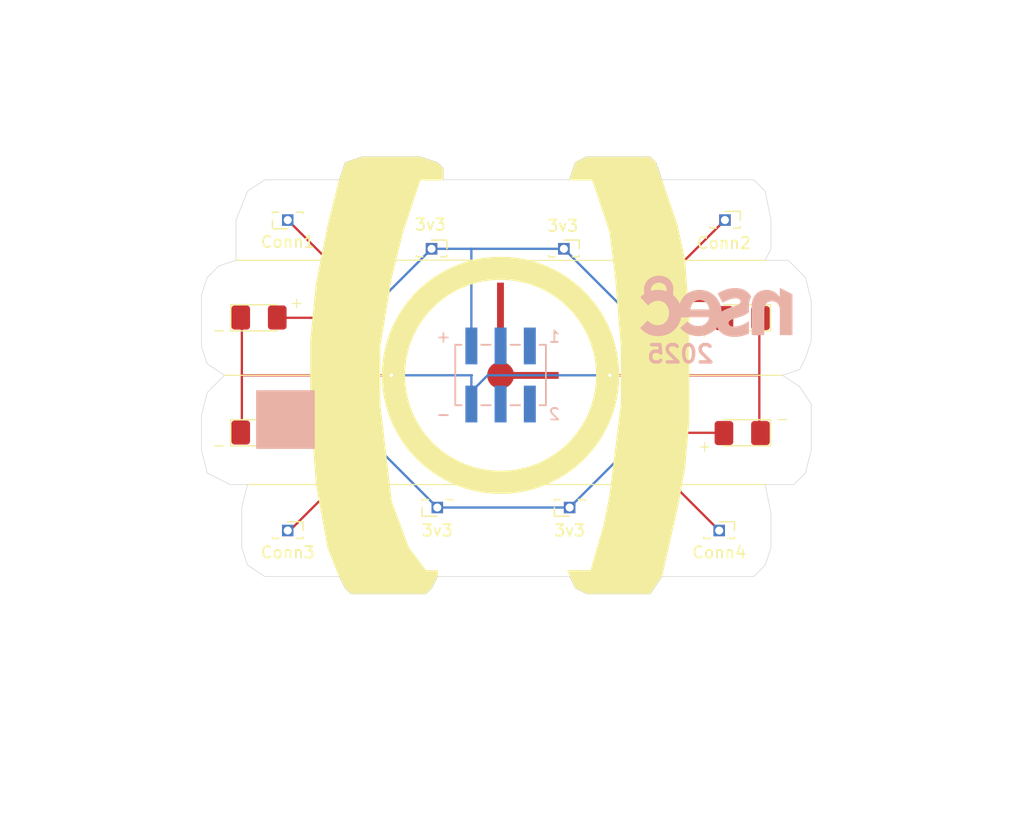
<source format=kicad_pcb>
(kicad_pcb (version 20240108) (generator "pcbnew") (generator_version "8.0")
  (layers (0 "F.Cu" signal) (31 "B.Cu" signal) (34 "B.Paste" user) (35 "F.Paste" user) (36 "B.SilkS" user "B.Silkscreen") (37 "F.SilkS" user "F.Silkscreen") (38 "B.Mask" user) (39 "F.Mask" user) (44 "Edge.Cuts" user))
  (net 0 "")
  (net 1 "Net-(D1-A)")
  (net 2 "GND")
  (net 3 "Net-(D2-A)")
  (net 4 "Net-(D3-A)")
  (net 5 "Net-(D4-A)")
  (net 6 "+3V3")
  (net 7 "Net-(J3-Pin_1)")
  (net 12 "Net-(J5-Pin_1)")
  (net 13 "Net-(J7-Pin_1)")
  (net 14 "Net-(J9-Pin_1)")
  (footprint "Connector_PinSocket_1.27mm:PinSocket_1x01_P1.27mm_Vertical" (layer "F.Cu") (at 130.5 82.5 180)
    (property "Reference" "J3" (hide yes))
    (property "Value" "Conn_01x01_Socket")
    (property "txt" "Conn1" (at 0 -1.9 0) (layer "F.SilkS"))
    (pad "1" thru_hole rect (at 0 0 180) (size 1 1) (drill 0.7) (layers "*.Cu" "*.Mask") (net 7 "Net-(J3-Pin_1)"))
  )
  (footprint "Connector_PinSocket_1.27mm:PinSocket_1x01_P1.27mm_Vertical" (layer "F.Cu") (at 168.5 82.5)
    (property "Reference" "J7" (hide yes))
    (property "Value" "Conn_01x01_Socket")
    (property "txt" "Conn2" (at -0.1 2 0) (layer "F.SilkS"))
    (pad "1" thru_hole rect (at 0 0) (size 1 1) (drill 0.7) (layers "*.Cu" "*.Mask") (net 13 "Net-(J7-Pin_1)"))
  )
  (footprint "footprints:R_1206_3216Metric_Pad1.30x1.75mm_HandSolder" (layer "F.Cu") (at 162.5 102.5 80)
    (property "Reference" "R4" (at 0 -1.82 80) (layer "F.SilkS"))
    (property "Value" "330")
    (pad "1" smd roundrect (at -1.65 0.000001 80) (size 1.5 2.2) (layers "F.Cu" "F.Paste" "F.Mask") (roundrect_rratio 0.192308) (net 14 "Net-(J9-Pin_1)"))
    (pad "2" smd roundrect (at 1.65 -0.000001 80) (size 1.5 2.2) (layers "F.Cu" "F.Paste" "F.Mask") (roundrect_rratio 0.192308) (net 5 "Net-(D4-A)"))
  )
  (footprint "footprints:R_1206_3216Metric_Pad1.30x1.75mm_HandSolder" (layer "F.Cu") (at 136 102.5 95)
    (property "Reference" "R2" (at 0 -1.82 95) (layer "F.SilkS"))
    (property "Value" "330")
    (pad "1" smd roundrect (at -1.65 0 95) (size 1.5 2.2) (layers "F.Cu" "F.Paste" "F.Mask") (roundrect_rratio 0.192308) (net 12 "Net-(J5-Pin_1)"))
    (pad "2" smd roundrect (at 1.65 0 95) (size 1.5 2.2) (layers "F.Cu" "F.Paste" "F.Mask") (roundrect_rratio 0.192308) (net 3 "Net-(D2-A)"))
  )
  (footprint "Connector_PinSocket_1.27mm:PinSocket_1x01_P1.27mm_Vertical" (layer "F.Cu") (at 155 107.5 180)
    (property "Reference" "J8" (hide yes))
    (property "Value" "Conn_01x01_Socket")
    (property "txt" "3v3" (at 0 -2 0) (layer "F.SilkS"))
    (pad "1" thru_hole rect (at 0 0 180) (size 1 1) (drill 0.7) (layers "*.Cu" "*.Mask") (net 6 "+3V3"))
  )
  (footprint "Connector_PinSocket_1.27mm:PinSocket_1x01_P1.27mm_Vertical" (layer "F.Cu") (at 143 85)
    (property "Reference" "J2" (hide yes))
    (property "Value" "Conn_01x01_Socket")
    (property "txt" "3v3" (at -0.1 -2.1 0) (layer "F.SilkS"))
    (pad "1" thru_hole rect (at 0 0) (size 1 1) (drill 0.7) (layers "*.Cu" "*.Mask") (net 6 "+3V3"))
  )
  (footprint "Connector_PinSocket_1.27mm:PinSocket_1x01_P1.27mm_Vertical" (layer "F.Cu") (at 168 109.5)
    (property "Reference" "J9" (hide yes))
    (property "Value" "Conn_01x01_Socket" (hide yes))
    (property "txt" "Conn4" (at 0 1.9 0) (layer "F.SilkS"))
    (pad "1" thru_hole rect (at 0 0) (size 1 1) (drill 0.7) (layers "*.Cu" "*.Mask") (net 14 "Net-(J9-Pin_1)"))
  )
  (footprint "footprints:R_1206_3216Metric_Pad1.30x1.75mm_HandSolder" (layer "F.Cu") (at 162 88 -80)
    (property "Reference" "R3" (at 0 -1.82 -80) (layer "F.SilkS"))
    (property "Value" "330")
    (pad "1" smd roundrect (at -1.65 -0.000001 280) (size 1.5 2.2) (layers "F.Cu" "F.Paste" "F.Mask") (roundrect_rratio 0.192308) (net 13 "Net-(J7-Pin_1)"))
    (pad "2" smd roundrect (at 1.65 0.000001 280) (size 1.5 2.2) (layers "F.Cu" "F.Paste" "F.Mask") (roundrect_rratio 0.192308) (net 4 "Net-(D3-A)"))
  )
  (footprint "Connector_PinSocket_1.27mm:PinSocket_1x01_P1.27mm_Vertical" (layer "F.Cu") (at 154.5 85)
    (property "Reference" "J4" (hide yes))
    (property "Value" "Conn_01x01_Socket")
    (property "txt" "3v3" (at -0.1 -2 0) (layer "F.SilkS"))
    (pad "1" thru_hole rect (at 0 0) (size 1 1) (drill 0.7) (layers "*.Cu" "*.Mask") (net 6 "+3V3"))
  )
  (footprint "Connector_PinSocket_1.27mm:PinSocket_1x01_P1.27mm_Vertical" (layer "F.Cu") (at 143.5 107.5 180)
    (property "Reference" "J6" (hide yes))
    (property "Value" "Conn_01x01_Socket")
    (property "txt" "3v3" (at 0 -2 0) (layer "F.SilkS"))
    (pad "1" thru_hole rect (at 0 0 180) (size 1 1) (drill 0.7) (layers "*.Cu" "*.Mask") (net 6 "+3V3"))
  )
  (footprint "footprints:LED_1206_3216Metric_Pad1.42x1.75mm_HandSolder" (layer "F.Cu") (at 170 91 180)
    (property "Reference" "D3" (hide yes))
    (property "Value" "LED")
    (fp_text user "-" (at -4.17 1.65 180) (layer "F.SilkS") (effects (font (thickness 0.1)) (justify left bottom)))
    (fp_text user "+" (at 2.59 -0.73 180) (layer "F.SilkS") (effects (font (thickness 0.1)) (justify left bottom)))
    (pad "1" smd roundrect (at -1.5875 -0.025 180) (size 1.625 2.1) (layers "F.Cu" "F.Paste" "F.Mask") (roundrect_rratio 0.175439) (net 2 "GND"))
    (pad "2" smd roundrect (at 1.5875 -0.025 180) (size 1.625 2.1) (layers "F.Cu" "F.Paste" "F.Mask") (roundrect_rratio 0.175439) (net 4 "Net-(D3-A)"))
  )
  (footprint "footprints:LED_1206_3216Metric_Pad1.42x1.75mm_HandSolder" (layer "F.Cu") (at 170 101 180)
    (property "Reference" "D4" (hide yes))
    (property "Value" "LED")
    (fp_text user "+" (at 2.59 -0.73 180) (layer "F.SilkS") (effects (font (thickness 0.1)) (justify left bottom)))
    (fp_text user "-" (at -4.17 1.65 180) (layer "F.SilkS") (effects (font (thickness 0.1)) (justify left bottom)))
    (pad "1" smd roundrect (at -1.5875 -0.025 180) (size 1.625 2.1) (layers "F.Cu" "F.Paste" "F.Mask") (roundrect_rratio 0.175439) (net 2 "GND"))
    (pad "2" smd roundrect (at 1.5875 -0.025 180) (size 1.625 2.1) (layers "F.Cu" "F.Paste" "F.Mask") (roundrect_rratio 0.175439) (net 5 "Net-(D4-A)"))
  )
  (footprint "footprints:R_1206_3216Metric_Pad1.30x1.75mm_HandSolder" (layer "F.Cu") (at 136.5 88.5 -100)
    (property "Reference" "R1" (at 0 -1.82 -100) (layer "F.SilkS"))
    (property "Value" "330")
    (pad "1" smd roundrect (at -1.65 0.000001 260) (size 1.5 2.2) (layers "F.Cu" "F.Paste" "F.Mask") (roundrect_rratio 0.192308) (net 7 "Net-(J3-Pin_1)"))
    (pad "2" smd roundrect (at 1.65 -0.000001 260) (size 1.5 2.2) (layers "F.Cu" "F.Paste" "F.Mask") (roundrect_rratio 0.192308) (net 1 "Net-(D1-A)"))
  )
  (footprint "Connector_PinSocket_1.27mm:PinSocket_1x01_P1.27mm_Vertical" (layer "F.Cu") (at 130.5 109.5)
    (property "Reference" "J5" (hide yes))
    (property "Value" "Conn_01x01_Socket")
    (property "txt" "Conn3" (at 0 1.9 0) (layer "F.SilkS"))
    (pad "1" thru_hole rect (at 0 0) (size 1 1) (drill 0.7) (layers "*.Cu" "*.Mask") (net 12 "Net-(J5-Pin_1)"))
  )
  (footprint "footprints:LED_1206_3216Metric_Pad1.42x1.75mm_HandSolder" (layer "F.Cu") (at 128 91)
    (property "Reference" "D1" (hide yes))
    (property "Value" "LED")
    (fp_text user "-" (at -4.17 1.65 0) (layer "F.SilkS") (effects (font (thickness 0.1)) (justify left bottom)))
    (fp_text user "+" (at 2.59 -0.73 0) (layer "F.SilkS") (effects (font (thickness 0.1)) (justify left bottom)))
    (pad "1" smd roundrect (at -1.5875 -0.025) (size 1.625 2.1) (layers "F.Cu" "F.Paste" "F.Mask") (roundrect_rratio 0.175439) (net 2 "GND"))
    (pad "2" smd roundrect (at 1.5875 -0.025) (size 1.625 2.1) (layers "F.Cu" "F.Paste" "F.Mask") (roundrect_rratio 0.175439) (net 1 "Net-(D1-A)"))
  )
  (footprint "footprints:LED_1206_3216Metric_Pad1.42x1.75mm_HandSolder" (layer "F.Cu") (at 128 101)
    (property "Reference" "D2" (hide yes))
    (property "Value" "LED")
    (fp_text user "+" (at 2.59 -0.73 0) (layer "F.SilkS") (effects (font (thickness 0.1)) (justify left bottom)))
    (fp_text user "-" (at -4.17 1.65 0) (layer "F.SilkS") (effects (font (thickness 0.1)) (justify left bottom)))
    (pad "1" smd roundrect (at -1.5875 -0.025) (size 1.625 2.1) (layers "F.Cu" "F.Paste" "F.Mask") (roundrect_rratio 0.175439) (net 2 "GND"))
    (pad "2" smd roundrect (at 1.5875 -0.025) (size 1.625 2.1) (layers "F.Cu" "F.Paste" "F.Mask") (roundrect_rratio 0.175439) (net 3 "Net-(D2-A)"))
  )
  (footprint "footprints:nsec-2025" (layer "B.Cu") (at 167.637799 92.915893 180)
    (property "Reference" "REF**" (hide yes))
    (property "Value" "nsec-2025" (hide yes))
    (fp_text user "2025" (at -0.04731 -2.118696 0) (layer "B.SilkS") (effects (font (size 1.5 1.5) (thickness 0.3) (bold yes)) (justify left bottom mirror)))
  )
  (footprint "footprints:SAO Connector SMD" (layer "B.Cu") (at 149 95.975001 180)
    (property "Reference" "J1" (hide yes))
    (property "Value" "SAO Connector SMD" (hide yes))
    (fp_text user "2" (at -5.25 -4 0) (layer "B.SilkS") (effects (justify left bottom mirror)))
    (fp_text user "-" (at 4.25 -4 0) (layer "B.SilkS") (effects (justify left bottom mirror)))
    (fp_text user "1" (at -5.25 2.75 0) (layer "B.SilkS") (effects (justify left bottom mirror)))
    (fp_text user "+" (at 4.25 2.75 0) (layer "B.SilkS") (effects (justify left bottom mirror)))
    (pad "1" smd rect (at -2.54 2.524999 180) (size 1.0414 3.2004) (layers "B.Cu" "B.Paste" "B.Mask"))
    (pad "2" smd rect (at -2.54 -2.524999 180) (size 1.0414 3.2004) (layers "B.Cu" "B.Paste" "B.Mask"))
    (pad "3" smd rect (at 0 2.524999 180) (size 1.0414 3.2004) (layers "B.Cu" "B.Paste" "B.Mask"))
    (pad "4" smd rect (at 0 -2.524999 180) (size 1.0414 3.2004) (layers "B.Cu" "B.Paste" "B.Mask"))
    (pad "5" smd rect (at 2.54 2.524999 180) (size 1.0414 3.2004) (layers "B.Cu" "B.Paste" "B.Mask") (net 6 "+3V3"))
    (pad "6" smd rect (at 2.54 -2.524999 180) (size 1.0414 3.2004) (layers "B.Cu" "B.Paste" "B.Mask") (net 2 "GND"))
  )
  (gr_rect (start 148.739853 87.990851) (end 149.239853 94.872818) (stroke (width 0.1)) (fill solid) (layer "F.Cu"))
  (gr_circle (center 149 96) (end 150 96.5) (stroke (width 0.1)) (fill solid) (layer "F.Cu"))
  (gr_rect (start 150.120307 95.762801) (end 154.002274 96.262801) (stroke (width 0.1)) (fill solid) (layer "F.Cu"))
  (gr_rect (start 127.8 97.35) (end 132.8 102.35) (stroke (width 0.1)) (fill solid) (layer "B.SilkS"))
  (gr_line (start 172 86) (end 151.31017 86.009025) (stroke (width 0.1)) (layer "F.SilkS"))
  (gr_poly (pts (xy 155 79) (xy 157 79) (xy 158.5 83.5) (xy 159 87.5) (xy 159.5 93.5) (xy 159.5 98.5) (xy 158.5 106.5) (xy 158 109) (xy 156.853846 113) (xy 154.853846 113) (xy 155.5 114.5) (xy 156.5 115) (xy 162 115) (xy 163 113.5) (xy 164.353846 107.5) (xy 165 104) (xy 165.353846 100) (xy 165.353846 91) (xy 165 86) (xy 164.353846 83) (xy 163 79) (xy 162.5 77.5) (xy 162 77) (xy 156.5 77) (xy 155.5 77.5)) (stroke (width 0.1)) (fill solid) (layer "F.SilkS"))
  (gr_line (start 126 86) (end 146.797133 85.99009) (stroke (width 0.1)) (layer "F.SilkS"))
  (gr_poly (pts (xy 144 78) (xy 144 79) (xy 142 79) (xy 140.5 83.5) (xy 139.5 87.5) (xy 138.5 93.5) (xy 138.5 98.5) (xy 139.5 107) (xy 141 111) (xy 142.5 113) (xy 143.5 113) (xy 143.5 113.5) (xy 143 114.5) (xy 142.5 115) (xy 136 115) (xy 135.5 114.5) (xy 135 113.5) (xy 134 111) (xy 133 105.5) (xy 132.5 99) (xy 132.5 93) (xy 133 88) (xy 134 83) (xy 135 79) (xy 135.5 77.5) (xy 137 77) (xy 142 77) (xy 143.5 77.5)) (stroke (width 0.1)) (fill solid) (layer "F.SilkS"))
  (gr_line (start 125 96) (end 138.740858 96) (stroke (width 0.1)) (layer "F.SilkS"))
  (gr_line (start 172 105.5) (end 152.879372 105.49785) (stroke (width 0.1)) (layer "F.SilkS"))
  (gr_circle (center 149 96) (end 143.5 88.5) (stroke (width 2)) (fill none) (layer "F.SilkS"))
  (gr_line (start 173.5 96) (end 159.259142 96) (stroke (width 0.1)) (layer "F.SilkS"))
  (gr_line (start 145.119893 105.500655) (end 127 105.5) (stroke (width 0.1)) (layer "F.SilkS"))
  (gr_circle (center 149 96) (end 142 88.5) (stroke (width 0.1)) (fill none) (layer "F.SilkS"))
  (gr_poly (pts (xy 162 77) (xy 162.5 77.5) (xy 163 79) (xy 171 79) (xy 172 80) (xy 172.5 82.5) (xy 172.5 85) (xy 172 86) (xy 174 86) (xy 175.5 87.5) (xy 176 89.5) (xy 176 93) (xy 175.5 94.5) (xy 175 95.5) (xy 173.5 96) (xy 175 97) (xy 176 98.5) (xy 176 102.5) (xy 175.5 104.5) (xy 174.5 105.5) (xy 172 105.5) (xy 172.5 108) (xy 172.5 111) (xy 172 112.5) (xy 171 113.5) (xy 163 113.5) (xy 162 115) (xy 156.5 115) (xy 155.5 114.5) (xy 155 113.5) (xy 143.5 113.5) (xy 143 114.5) (xy 142.5 115) (xy 136 115) (xy 135.5 114.5) (xy 135 113.5) (xy 128.5 113.5) (xy 127 112.5) (xy 126.5 111) (xy 126.5 107.5) (xy 127 105.5) (xy 125.5 105.5) (xy 123.5 104.5) (xy 123 102.5) (xy 123 99.5) (xy 123.5 97.5) (xy 125 96) (xy 123.5 95) (xy 123 93.5) (xy 123 89) (xy 123.5 87.5) (xy 124.5 86.5) (xy 126 86) (xy 126 82.5) (xy 127 80) (xy 128.5 79) (xy 135 79) (xy 135.5 77.5) (xy 137 77) (xy 142 77) (xy 143.5 77.5) (xy 144 78) (xy 144 79) (xy 155 79) (xy 155.5 77.5) (xy 156.5 77)) (stroke (width 0.05)) (fill none) (layer "Edge.Cuts"))
  (segment (start 135.257298 91) (end 136.230846 90.026452) (width 0.2) (layer "F.Cu") (net 1))
  (segment (start 129.4875 91) (end 135.257298 91) (width 0.2) (layer "F.Cu") (net 1))
  (segment (start 158.5 96) (end 171.4875 96) (width 0.2) (layer "F.Cu") (net 2))
  (segment (start 139.5 96) (end 126.5125 96) (width 0.2) (layer "F.Cu") (net 2))
  (segment (start 171.4875 96) (end 171.4875 101) (width 0.2) (layer "F.Cu") (net 2))
  (segment (start 171.4875 91) (end 171.4875 96) (width 0.2) (layer "F.Cu") (net 2))
  (segment (start 126.5125 101) (end 126.5125 96) (width 0.2) (layer "F.Cu") (net 2))
  (segment (start 126.5125 96) (end 126.5125 91) (width 0.2) (layer "F.Cu") (net 2))
  (via (at 158.5 96) (size 0.6) (drill 0.3) (layers "F.Cu" "B.Cu") (net 2))
  (via (at 139.5 96) (size 0.6) (drill 0.3) (layers "F.Cu" "B.Cu") (net 2))
  (segment (start 139.5 96) (end 146.5 96) (width 0.2) (layer "B.Cu") (net 2))
  (segment (start 147.8805 96) (end 146.46 97.4205) (width 0.2) (layer "B.Cu") (net 2))
  (segment (start 146.46 96.04) (end 146.46 98.5) (width 0.2) (layer "B.Cu") (net 2))
  (segment (start 146.46 97.4205) (end 146.46 98.5) (width 0.2) (layer "B.Cu") (net 2))
  (segment (start 158.5 96) (end 147.8805 96) (width 0.2) (layer "B.Cu") (net 2))
  (segment (start 146.5 96) (end 146.46 96.04) (width 0.2) (layer "B.Cu") (net 2))
  (segment (start 135.820808 101) (end 135.864909 100.955899) (width 0.2) (layer "F.Cu") (net 3))
  (segment (start 129.4875 101) (end 135.820808 101) (width 0.2) (layer "F.Cu") (net 3))
  (segment (start 167.038952 89.526452) (end 168.5125 91) (width 0.2) (layer "F.Cu") (net 4))
  (segment (start 162.269154 89.526452) (end 167.038952 89.526452) (width 0.2) (layer "F.Cu") (net 4))
  (segment (start 162.795607 101) (end 162.769155 100.973548) (width 0.2) (layer "F.Cu") (net 5))
  (segment (start 168.5125 101) (end 162.795607 101) (width 0.2) (layer "F.Cu") (net 5))
  (segment (start 143 85) (end 138 90) (width 0.2) (layer "B.Cu") (net 6))
  (segment (start 146.46 85.04) (end 146.5 85) (width 0.2) (layer "B.Cu") (net 6))
  (segment (start 146.5 85) (end 154.5 85) (width 0.2) (layer "B.Cu") (net 6))
  (segment (start 160 90.5) (end 160 102.5) (width 0.2) (layer "B.Cu") (net 6))
  (segment (start 154.5 85) (end 160 90.5) (width 0.2) (layer "B.Cu") (net 6))
  (segment (start 160 102.5) (end 155 107.5) (width 0.2) (layer "B.Cu") (net 6))
  (segment (start 138 102) (end 143.5 107.5) (width 0.2) (layer "B.Cu") (net 6))
  (segment (start 138 90) (end 138 102) (width 0.2) (layer "B.Cu") (net 6))
  (segment (start 143 85) (end 146.5 85) (width 0.2) (layer "B.Cu") (net 6))
  (segment (start 146.46 93.450002) (end 146.46 85.04) (width 0.2) (layer "B.Cu") (net 6))
  (segment (start 143.5 107.5) (end 155 107.5) (width 0.2) (layer "B.Cu") (net 6))
  (segment (start 136.769154 86.973548) (end 134.973548 86.973548) (width 0.2) (layer "F.Cu") (net 7))
  (segment (start 134.973548 86.973548) (end 130.5 82.5) (width 0.2) (layer "F.Cu") (net 7))
  (segment (start 130.679192 109.5) (end 130.5 109.5) (width 0.2) (layer "F.Cu") (net 12))
  (segment (start 136.135091 104.044101) (end 130.679192 109.5) (width 0.2) (layer "F.Cu") (net 12))
  (segment (start 164.526452 86.473548) (end 168.5 82.5) (width 0.2) (layer "F.Cu") (net 13))
  (segment (start 161.730846 86.473548) (end 164.526452 86.473548) (width 0.2) (layer "F.Cu") (net 13))
  (segment (start 162.230845 104.026452) (end 162.526452 104.026452) (width 0.2) (layer "F.Cu") (net 14))
  (segment (start 162.526452 104.026452) (end 168 109.5) (width 0.2) (layer "F.Cu") (net 14))
)
</source>
